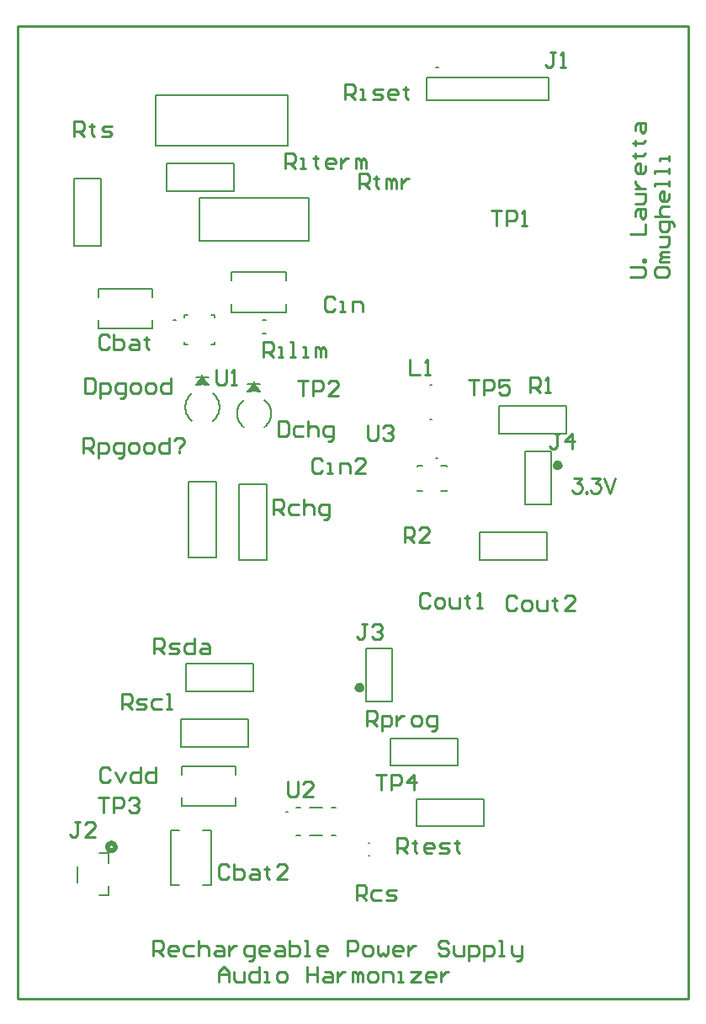
<source format=gto>
G04*
G04 #@! TF.GenerationSoftware,Altium Limited,Altium Designer,22.0.2 (36)*
G04*
G04 Layer_Color=65535*
%FSLAX25Y25*%
%MOIN*%
G70*
G04*
G04 #@! TF.SameCoordinates,67E39877-474A-4780-B11E-DC456855A8CC*
G04*
G04*
G04 #@! TF.FilePolarity,Positive*
G04*
G01*
G75*
%ADD10C,0.00787*%
%ADD11C,0.02000*%
%ADD12C,0.00600*%
%ADD13C,0.00500*%
%ADD14C,0.01000*%
D10*
X106937Y73937D02*
X106150D01*
X106937D01*
X166252Y213693D02*
X165465D01*
X166252D01*
X62433Y268457D02*
X61646D01*
X62433D01*
X166394Y368543D02*
X165606D01*
X166394D01*
D11*
X38500Y59882D02*
X38149Y60846D01*
X37260Y61359D01*
X36250Y61181D01*
X35590Y60395D01*
Y59368D01*
X36250Y58583D01*
X37260Y58404D01*
X38149Y58917D01*
X38500Y59882D01*
X214700Y211000D02*
X214200Y211866D01*
X213200D01*
X212700Y211000D01*
X213200Y210134D01*
X214200D01*
X214700Y211000D01*
X136300Y123000D02*
X135800Y123866D01*
X134800D01*
X134300Y123000D01*
X134800Y122134D01*
X135800D01*
X136300Y123000D01*
D12*
X77032Y228524D02*
X77776Y229160D01*
X78421Y229895D01*
X78954Y230716D01*
X79364Y231604D01*
X79642Y232542D01*
X79782Y233511D01*
Y234489D01*
X79642Y235457D01*
X79364Y236396D01*
X78954Y237284D01*
X78421Y238105D01*
X77776Y238840D01*
X77032Y239476D01*
X68968D02*
X68224Y238840D01*
X67579Y238105D01*
X67046Y237284D01*
X66636Y236396D01*
X66358Y235457D01*
X66218Y234489D01*
Y233511D01*
X66358Y232542D01*
X66636Y231604D01*
X67046Y230716D01*
X67579Y229895D01*
X68224Y229160D01*
X68968Y228524D01*
X97532Y226024D02*
X98276Y226660D01*
X98921Y227395D01*
X99454Y228216D01*
X99864Y229104D01*
X100142Y230043D01*
X100282Y231011D01*
Y231989D01*
X100142Y232958D01*
X99864Y233896D01*
X99454Y234784D01*
X98921Y235605D01*
X98276Y236340D01*
X97532Y236976D01*
X89468D02*
X88724Y236340D01*
X88079Y235605D01*
X87546Y234784D01*
X87136Y233896D01*
X86858Y232958D01*
X86718Y231989D01*
Y231011D01*
X86858Y230043D01*
X87136Y229104D01*
X87546Y228216D01*
X88079Y227395D01*
X88724Y226660D01*
X89468Y226024D01*
X64450Y99600D02*
X91050D01*
Y110400D01*
X64450D02*
X91050D01*
X64450Y99600D02*
Y110400D01*
X115250Y300000D02*
Y317000D01*
X71750Y300000D02*
X115250D01*
X71750D02*
Y317000D01*
X115250D01*
X147450Y92100D02*
Y102900D01*
X174050D01*
Y92100D02*
Y102900D01*
X147450Y92100D02*
X174050D01*
X23596Y45805D02*
Y52258D01*
X32119Y40681D02*
X35996D01*
Y44453D01*
X32119Y57381D02*
X35996D01*
Y53610D02*
Y57381D01*
X211200Y195500D02*
Y216500D01*
X200800D02*
X211200D01*
X200800Y195500D02*
Y216500D01*
Y195500D02*
X211200D01*
X137800Y117500D02*
Y138500D01*
Y117500D02*
X148200D01*
Y138500D01*
X137800D02*
X148200D01*
X157950Y68100D02*
Y78900D01*
X184550D01*
Y68100D02*
Y78900D01*
X157950Y68100D02*
X184550D01*
X106700Y337550D02*
Y357450D01*
X54500Y337550D02*
X106700D01*
X54500D02*
Y357450D01*
X106700D01*
X85550Y319600D02*
Y330400D01*
X58950Y319600D02*
X85550D01*
X58950D02*
Y330400D01*
X85550D01*
X209550Y173600D02*
Y184400D01*
X182950Y173600D02*
X209550D01*
X182950D02*
Y184400D01*
X209550D01*
X190450Y223600D02*
Y234400D01*
X217050D01*
Y223600D02*
Y234400D01*
X190450Y223600D02*
X217050D01*
X163111Y229200D02*
X163889D01*
X163111Y242800D02*
X163889D01*
X70500D02*
X71570D01*
X74430D02*
X75500D01*
X72539Y243034D02*
X73000Y245800D01*
X72049Y242947D02*
X73000Y245800D01*
X71500Y242800D02*
X73000Y245800D01*
X71000Y242800D02*
X73000Y245800D01*
X70500Y242800D02*
X73000Y245800D01*
X73461Y243034D01*
X73000Y245800D02*
X73951Y242947D01*
X73000Y245800D02*
X74500Y242800D01*
X73000Y245800D02*
X75000Y242800D01*
X73000Y245800D02*
X75500Y242800D01*
X70500Y245800D02*
X75500D01*
X73000Y243060D02*
Y246800D01*
X67600Y174500D02*
X78400D01*
X67600D02*
Y204500D01*
X78400D01*
Y174500D02*
Y204500D01*
X87600Y203500D02*
X98400D01*
Y173500D02*
Y203500D01*
X87600Y173500D02*
X98400D01*
X87600D02*
Y203500D01*
X91000Y240300D02*
X92071D01*
X94929D02*
X96000D01*
X93039Y240534D02*
X93500Y243300D01*
X92549Y240447D02*
X93500Y243300D01*
X92000Y240300D02*
X93500Y243300D01*
X91500Y240300D02*
X93500Y243300D01*
X91000Y240300D02*
X93500Y243300D01*
X93961Y240534D01*
X93500Y243300D02*
X94451Y240447D01*
X93500Y243300D02*
X95000Y240300D01*
X93500Y243300D02*
X95500Y240300D01*
X93500Y243300D02*
X96000Y240300D01*
X91000Y243300D02*
X96000D01*
X93500Y240560D02*
Y244300D01*
X22100Y324550D02*
X32900D01*
Y297950D02*
Y324550D01*
X22100Y297950D02*
X32900D01*
X22100D02*
Y324550D01*
X93050Y121600D02*
Y132400D01*
X66450Y121600D02*
X93050D01*
X66450D02*
Y132400D01*
X93050D01*
D13*
X124083Y64410D02*
X125874D01*
X115421D02*
X120579D01*
X110126D02*
X111917D01*
X124083Y75590D02*
X125874D01*
X115421D02*
X120579D01*
X110126D02*
X111917D01*
X167551Y210740D02*
X169835D01*
Y210504D02*
Y210740D01*
X167551Y200898D02*
X169835D01*
Y201134D01*
X158024Y200898D02*
X160307D01*
X158024D02*
Y201134D01*
Y210740D02*
X160307D01*
X158024Y210504D02*
Y210740D01*
X65878Y269441D02*
Y270622D01*
Y258811D02*
Y259992D01*
X77689Y269441D02*
Y270622D01*
Y258811D02*
Y259992D01*
X65878Y270622D02*
X67059D01*
X65878Y258811D02*
X67059D01*
X76508Y270622D02*
X77689D01*
X76508Y258811D02*
X77689D01*
X161799Y355394D02*
Y364606D01*
X210201D01*
Y355394D02*
Y364606D01*
X161799Y355394D02*
X210201D01*
X106169Y284028D02*
Y287374D01*
X84516Y284028D02*
Y287374D01*
Y271626D02*
Y274972D01*
X106169Y271626D02*
Y274972D01*
X84516Y287374D02*
X106169D01*
X84516Y271626D02*
X106169D01*
X96831Y263323D02*
X98169D01*
X96831Y268677D02*
X98169D01*
X53327Y277528D02*
Y280874D01*
X31673Y277528D02*
Y280874D01*
Y265126D02*
Y268472D01*
X53327Y265126D02*
Y268472D01*
X31673Y280874D02*
X53327D01*
X31673Y265126D02*
X53327D01*
X138685Y61559D02*
X139315D01*
X138685Y56441D02*
X139315D01*
X60626Y66484D02*
X63972D01*
X60626Y44831D02*
X63972D01*
X73028D02*
X76374D01*
X73028Y66484D02*
X76374D01*
X60626Y44831D02*
Y66484D01*
X76374Y44831D02*
Y66484D01*
X86327Y88528D02*
Y91874D01*
X64673Y88528D02*
Y91874D01*
Y76126D02*
Y79472D01*
X86327Y76126D02*
Y79472D01*
X64673Y91874D02*
X86327D01*
X64673Y76126D02*
X86327D01*
D14*
X97004Y254001D02*
Y259999D01*
X100003D01*
X101003Y258999D01*
Y257000D01*
X100003Y256000D01*
X97004D01*
X99003D02*
X101003Y254001D01*
X103002D02*
X105001D01*
X104002D01*
Y258000D01*
X103002D01*
X108001Y254001D02*
X110000D01*
X109000D01*
Y259999D01*
X108001D01*
X112999Y254001D02*
X114998D01*
X113999D01*
Y258000D01*
X112999D01*
X117997Y254001D02*
Y258000D01*
X118997D01*
X119997Y257000D01*
Y254001D01*
Y257000D01*
X120996Y258000D01*
X121996Y257000D01*
Y254001D01*
X242405Y285500D02*
X247403D01*
X248403Y286500D01*
Y288499D01*
X247403Y289499D01*
X242405D01*
X248403Y291498D02*
X247403D01*
Y292498D01*
X248403D01*
Y291498D01*
X242405Y302495D02*
X248403D01*
Y306493D01*
X244404Y309492D02*
Y311492D01*
X245404Y312491D01*
X248403D01*
Y309492D01*
X247403Y308493D01*
X246404Y309492D01*
Y312491D01*
X244404Y314491D02*
X247403D01*
X248403Y315490D01*
Y318489D01*
X244404D01*
Y320489D02*
X248403D01*
X246404D01*
X245404Y321488D01*
X244404Y322488D01*
Y323488D01*
X248403Y329486D02*
Y327486D01*
X247403Y326487D01*
X245404D01*
X244404Y327486D01*
Y329486D01*
X245404Y330485D01*
X246404D01*
Y326487D01*
X243405Y333485D02*
X244404D01*
Y332485D01*
Y334484D01*
Y333485D01*
X247403D01*
X248403Y334484D01*
X243405Y338483D02*
X244404D01*
Y337483D01*
Y339482D01*
Y338483D01*
X247403D01*
X248403Y339482D01*
X244404Y343481D02*
Y345481D01*
X245404Y346480D01*
X248403D01*
Y343481D01*
X247403Y342482D01*
X246404Y343481D01*
Y346480D01*
X252003Y288499D02*
Y286500D01*
X253002Y285500D01*
X257001D01*
X258001Y286500D01*
Y288499D01*
X257001Y289499D01*
X253002D01*
X252003Y288499D01*
X258001Y291498D02*
X254002D01*
Y292498D01*
X255002Y293497D01*
X258001D01*
X255002D01*
X254002Y294497D01*
X255002Y295497D01*
X258001D01*
X254002Y297496D02*
X257001D01*
X258001Y298496D01*
Y301495D01*
X254002D01*
X260000Y305493D02*
Y306493D01*
X259000Y307493D01*
X254002D01*
Y304494D01*
X255002Y303494D01*
X257001D01*
X258001Y304494D01*
Y307493D01*
X252003Y309492D02*
X258001D01*
X255002D01*
X254002Y310492D01*
Y312491D01*
X255002Y313491D01*
X258001D01*
Y318489D02*
Y316490D01*
X257001Y315490D01*
X255002D01*
X254002Y316490D01*
Y318489D01*
X255002Y319489D01*
X256001D01*
Y315490D01*
X258001Y321488D02*
Y323488D01*
Y322488D01*
X252003D01*
Y321488D01*
X258001Y326487D02*
Y328486D01*
Y327486D01*
X252003D01*
Y326487D01*
X258001Y331485D02*
Y333485D01*
Y332485D01*
X254002D01*
Y331485D01*
X111000Y244498D02*
X114999D01*
X112999D01*
Y238500D01*
X116998D02*
Y244498D01*
X119997D01*
X120997Y243498D01*
Y241499D01*
X119997Y240499D01*
X116998D01*
X126995Y238500D02*
X122996D01*
X126995Y242499D01*
Y243498D01*
X125995Y244498D01*
X123996D01*
X122996Y243498D01*
X79500Y6500D02*
Y10499D01*
X81499Y12498D01*
X83499Y10499D01*
Y6500D01*
Y9499D01*
X79500D01*
X85498Y10499D02*
Y7500D01*
X86498Y6500D01*
X89497D01*
Y10499D01*
X95495Y12498D02*
Y6500D01*
X92496D01*
X91496Y7500D01*
Y9499D01*
X92496Y10499D01*
X95495D01*
X97494Y6500D02*
X99493D01*
X98494D01*
Y10499D01*
X97494D01*
X103492Y6500D02*
X105492D01*
X106491Y7500D01*
Y9499D01*
X105492Y10499D01*
X103492D01*
X102493Y9499D01*
Y7500D01*
X103492Y6500D01*
X114489Y12498D02*
Y6500D01*
Y9499D01*
X118487D01*
Y12498D01*
Y6500D01*
X121486Y10499D02*
X123486D01*
X124485Y9499D01*
Y6500D01*
X121486D01*
X120487Y7500D01*
X121486Y8499D01*
X124485D01*
X126485Y10499D02*
Y6500D01*
Y8499D01*
X127485Y9499D01*
X128484Y10499D01*
X129484D01*
X132483Y6500D02*
Y10499D01*
X133483D01*
X134482Y9499D01*
Y6500D01*
Y9499D01*
X135482Y10499D01*
X136482Y9499D01*
Y6500D01*
X139481D02*
X141480D01*
X142480Y7500D01*
Y9499D01*
X141480Y10499D01*
X139481D01*
X138481Y9499D01*
Y7500D01*
X139481Y6500D01*
X144479D02*
Y10499D01*
X147478D01*
X148478Y9499D01*
Y6500D01*
X150477D02*
X152476D01*
X151477D01*
Y10499D01*
X150477D01*
X155475D02*
X159474D01*
X155475Y6500D01*
X159474D01*
X164472D02*
X162473D01*
X161474Y7500D01*
Y9499D01*
X162473Y10499D01*
X164472D01*
X165472Y9499D01*
Y8499D01*
X161474D01*
X167472Y10499D02*
Y6500D01*
Y8499D01*
X168471Y9499D01*
X169471Y10499D01*
X170471D01*
X53500Y16999D02*
Y22997D01*
X56499D01*
X57499Y21998D01*
Y19998D01*
X56499Y18999D01*
X53500D01*
X55499D02*
X57499Y16999D01*
X62497D02*
X60498D01*
X59498Y17999D01*
Y19998D01*
X60498Y20998D01*
X62497D01*
X63497Y19998D01*
Y18999D01*
X59498D01*
X69495Y20998D02*
X66496D01*
X65496Y19998D01*
Y17999D01*
X66496Y16999D01*
X69495D01*
X71494Y22997D02*
Y16999D01*
Y19998D01*
X72494Y20998D01*
X74493D01*
X75493Y19998D01*
Y16999D01*
X78492Y20998D02*
X80491D01*
X81491Y19998D01*
Y16999D01*
X78492D01*
X77492Y17999D01*
X78492Y18999D01*
X81491D01*
X83490Y20998D02*
Y16999D01*
Y18999D01*
X84490Y19998D01*
X85490Y20998D01*
X86489D01*
X91488Y15000D02*
X92487D01*
X93487Y16000D01*
Y20998D01*
X90488D01*
X89488Y19998D01*
Y17999D01*
X90488Y16999D01*
X93487D01*
X98485D02*
X96486D01*
X95486Y17999D01*
Y19998D01*
X96486Y20998D01*
X98485D01*
X99485Y19998D01*
Y18999D01*
X95486D01*
X102484Y20998D02*
X104483D01*
X105483Y19998D01*
Y16999D01*
X102484D01*
X101485Y17999D01*
X102484Y18999D01*
X105483D01*
X107483Y22997D02*
Y16999D01*
X110482D01*
X111481Y17999D01*
Y18999D01*
Y19998D01*
X110482Y20998D01*
X107483D01*
X113481Y16999D02*
X115480D01*
X114480D01*
Y22997D01*
X113481D01*
X121478Y16999D02*
X119479D01*
X118479Y17999D01*
Y19998D01*
X119479Y20998D01*
X121478D01*
X122478Y19998D01*
Y18999D01*
X118479D01*
X130475Y16999D02*
Y22997D01*
X133474D01*
X134474Y21998D01*
Y19998D01*
X133474Y18999D01*
X130475D01*
X137473Y16999D02*
X139472D01*
X140472Y17999D01*
Y19998D01*
X139472Y20998D01*
X137473D01*
X136473Y19998D01*
Y17999D01*
X137473Y16999D01*
X142471Y20998D02*
Y17999D01*
X143471Y16999D01*
X144471Y17999D01*
X145470Y16999D01*
X146470Y17999D01*
Y20998D01*
X151468Y16999D02*
X149469D01*
X148469Y17999D01*
Y19998D01*
X149469Y20998D01*
X151468D01*
X152468Y19998D01*
Y18999D01*
X148469D01*
X154467Y20998D02*
Y16999D01*
Y18999D01*
X155467Y19998D01*
X156467Y20998D01*
X157466D01*
X170462Y21998D02*
X169463Y22997D01*
X167463D01*
X166463Y21998D01*
Y20998D01*
X167463Y19998D01*
X169463D01*
X170462Y18999D01*
Y17999D01*
X169463Y16999D01*
X167463D01*
X166463Y17999D01*
X172461Y20998D02*
Y17999D01*
X173461Y16999D01*
X176460D01*
Y20998D01*
X178460Y15000D02*
Y20998D01*
X181459D01*
X182458Y19998D01*
Y17999D01*
X181459Y16999D01*
X178460D01*
X184458Y15000D02*
Y20998D01*
X187457D01*
X188456Y19998D01*
Y17999D01*
X187457Y16999D01*
X184458D01*
X190456D02*
X192455D01*
X191455D01*
Y22997D01*
X190456D01*
X195454Y20998D02*
Y17999D01*
X196454Y16999D01*
X199453D01*
Y16000D01*
X198453Y15000D01*
X197453D01*
X199453Y16999D02*
Y20998D01*
X220071Y205999D02*
X223214D01*
X221500Y203713D01*
X222357D01*
X222928Y203428D01*
X223214Y203142D01*
X223499Y202285D01*
Y201714D01*
X223214Y200857D01*
X222642Y200286D01*
X221785Y200000D01*
X220928D01*
X220071Y200286D01*
X219786Y200571D01*
X219500Y201143D01*
X225127Y200571D02*
X224842Y200286D01*
X225127Y200000D01*
X225413Y200286D01*
X225127Y200571D01*
X227298Y205999D02*
X230440D01*
X228727Y203713D01*
X229584D01*
X230155Y203428D01*
X230440Y203142D01*
X230726Y202285D01*
Y201714D01*
X230440Y200857D01*
X229869Y200286D01*
X229012Y200000D01*
X228155D01*
X227298Y200286D01*
X227013Y200571D01*
X226727Y201143D01*
X232069Y205999D02*
X234354Y200000D01*
X236639Y205999D02*
X234354Y200000D01*
X187500Y311998D02*
X191499D01*
X189499D01*
Y306000D01*
X193498D02*
Y311998D01*
X196497D01*
X197497Y310998D01*
Y308999D01*
X196497Y307999D01*
X193498D01*
X199496Y306000D02*
X201496D01*
X200496D01*
Y311998D01*
X199496Y310998D01*
X32000Y79498D02*
X35999D01*
X33999D01*
Y73500D01*
X37998D02*
Y79498D01*
X40997D01*
X41997Y78498D01*
Y76499D01*
X40997Y75499D01*
X37998D01*
X43996Y78498D02*
X44996Y79498D01*
X46995D01*
X47995Y78498D01*
Y77499D01*
X46995Y76499D01*
X45996D01*
X46995D01*
X47995Y75499D01*
Y74500D01*
X46995Y73500D01*
X44996D01*
X43996Y74500D01*
X142000Y88498D02*
X145999D01*
X143999D01*
Y82500D01*
X147998D02*
Y88498D01*
X150997D01*
X151997Y87498D01*
Y85499D01*
X150997Y84499D01*
X147998D01*
X156995Y82500D02*
Y88498D01*
X153996Y85499D01*
X157995D01*
X178500Y244998D02*
X182499D01*
X180499D01*
Y239000D01*
X184498D02*
Y244998D01*
X187497D01*
X188497Y243998D01*
Y241999D01*
X187497Y240999D01*
X184498D01*
X194495Y244998D02*
X190496D01*
Y241999D01*
X192496Y242999D01*
X193495D01*
X194495Y241999D01*
Y240000D01*
X193495Y239000D01*
X191496D01*
X190496Y240000D01*
X78501Y248999D02*
Y244001D01*
X79501Y243001D01*
X81500D01*
X82500Y244001D01*
Y248999D01*
X84499Y243001D02*
X86499D01*
X85499D01*
Y248999D01*
X84499Y247999D01*
X135003Y320501D02*
Y326499D01*
X138002D01*
X139002Y325499D01*
Y323500D01*
X138002Y322500D01*
X135003D01*
X137003D02*
X139002Y320501D01*
X142001Y325499D02*
Y324500D01*
X141001D01*
X143001D01*
X142001D01*
Y321501D01*
X143001Y320501D01*
X146000D02*
Y324500D01*
X146999D01*
X147999Y323500D01*
Y320501D01*
Y323500D01*
X148999Y324500D01*
X149998Y323500D01*
Y320501D01*
X151998Y324500D02*
Y320501D01*
Y322500D01*
X152997Y323500D01*
X153997Y324500D01*
X154997D01*
X138502Y226999D02*
Y222001D01*
X139501Y221001D01*
X141501D01*
X142500Y222001D01*
Y226999D01*
X144500Y225999D02*
X145499Y226999D01*
X147499D01*
X148498Y225999D01*
Y225000D01*
X147499Y224000D01*
X146499D01*
X147499D01*
X148498Y223000D01*
Y222001D01*
X147499Y221001D01*
X145499D01*
X144500Y222001D01*
X106800Y85698D02*
Y80700D01*
X107800Y79700D01*
X109799D01*
X110799Y80700D01*
Y85698D01*
X116797Y79700D02*
X112798D01*
X116797Y83699D01*
Y84698D01*
X115797Y85698D01*
X113798D01*
X112798Y84698D01*
X22100Y341300D02*
Y347298D01*
X25099D01*
X26099Y346298D01*
Y344299D01*
X25099Y343299D01*
X22100D01*
X24099D02*
X26099Y341300D01*
X29098Y346298D02*
Y345299D01*
X28098D01*
X30097D01*
X29098D01*
Y342300D01*
X30097Y341300D01*
X33096D02*
X36095D01*
X37095Y342300D01*
X36095Y343299D01*
X34096D01*
X33096Y344299D01*
X34096Y345299D01*
X37095D01*
X150004Y57501D02*
Y63499D01*
X153003D01*
X154003Y62499D01*
Y60500D01*
X153003Y59500D01*
X150004D01*
X152003D02*
X154003Y57501D01*
X157002Y62499D02*
Y61500D01*
X156002D01*
X158001D01*
X157002D01*
Y58501D01*
X158001Y57501D01*
X163999D02*
X162000D01*
X161001Y58501D01*
Y60500D01*
X162000Y61500D01*
X163999D01*
X164999Y60500D01*
Y59500D01*
X161001D01*
X166999Y57501D02*
X169998D01*
X170997Y58501D01*
X169998Y59500D01*
X167998D01*
X166999Y60500D01*
X167998Y61500D01*
X170997D01*
X173996Y62499D02*
Y61500D01*
X172997D01*
X174996D01*
X173996D01*
Y58501D01*
X174996Y57501D01*
X53700Y136400D02*
Y142398D01*
X56699D01*
X57699Y141398D01*
Y139399D01*
X56699Y138399D01*
X53700D01*
X55699D02*
X57699Y136400D01*
X59698D02*
X62697D01*
X63697Y137400D01*
X62697Y138399D01*
X60698D01*
X59698Y139399D01*
X60698Y140399D01*
X63697D01*
X69695Y142398D02*
Y136400D01*
X66696D01*
X65696Y137400D01*
Y139399D01*
X66696Y140399D01*
X69695D01*
X72694D02*
X74693D01*
X75693Y139399D01*
Y136400D01*
X72694D01*
X71694Y137400D01*
X72694Y138399D01*
X75693D01*
X41003Y114501D02*
Y120499D01*
X44002D01*
X45002Y119499D01*
Y117500D01*
X44002Y116500D01*
X41003D01*
X43003D02*
X45002Y114501D01*
X47001D02*
X50000D01*
X51000Y115501D01*
X50000Y116500D01*
X48001D01*
X47001Y117500D01*
X48001Y118500D01*
X51000D01*
X56998D02*
X53999D01*
X52999Y117500D01*
Y115501D01*
X53999Y114501D01*
X56998D01*
X58997D02*
X60997D01*
X59997D01*
Y120499D01*
X58997D01*
X138005Y108001D02*
Y113999D01*
X141004D01*
X142003Y112999D01*
Y111000D01*
X141004Y110000D01*
X138005D01*
X140004D02*
X142003Y108001D01*
X144003Y106001D02*
Y111999D01*
X147002D01*
X148001Y111000D01*
Y109000D01*
X147002Y108001D01*
X144003D01*
X150001Y111999D02*
Y108001D01*
Y110000D01*
X151000Y111000D01*
X152000Y111999D01*
X153000D01*
X156998Y108001D02*
X158998D01*
X159997Y109000D01*
Y111000D01*
X158998Y111999D01*
X156998D01*
X155999Y111000D01*
Y109000D01*
X156998Y108001D01*
X163996Y106001D02*
X164996D01*
X165996Y107001D01*
Y111999D01*
X162996D01*
X161997Y111000D01*
Y109000D01*
X162996Y108001D01*
X165996D01*
X25739Y215934D02*
Y221932D01*
X28738D01*
X29737Y220932D01*
Y218933D01*
X28738Y217933D01*
X25739D01*
X27738D02*
X29737Y215934D01*
X31737Y213934D02*
Y219932D01*
X34736D01*
X35735Y218933D01*
Y216933D01*
X34736Y215934D01*
X31737D01*
X39734Y213934D02*
X40734D01*
X41734Y214934D01*
Y219932D01*
X38735D01*
X37735Y218933D01*
Y216933D01*
X38735Y215934D01*
X41734D01*
X44733D02*
X46732D01*
X47732Y216933D01*
Y218933D01*
X46732Y219932D01*
X44733D01*
X43733Y218933D01*
Y216933D01*
X44733Y215934D01*
X50731D02*
X52730D01*
X53730Y216933D01*
Y218933D01*
X52730Y219932D01*
X50731D01*
X49731Y218933D01*
Y216933D01*
X50731Y215934D01*
X59728Y221932D02*
Y215934D01*
X56729D01*
X55729Y216933D01*
Y218933D01*
X56729Y219932D01*
X59728D01*
X61727Y220932D02*
X62727Y221932D01*
X64726D01*
X65726Y220932D01*
Y219932D01*
X63727Y217933D01*
Y216933D02*
Y215934D01*
X105737Y328434D02*
Y334432D01*
X108737D01*
X109736Y333432D01*
Y331433D01*
X108737Y330433D01*
X105737D01*
X107737D02*
X109736Y328434D01*
X111735D02*
X113735D01*
X112735D01*
Y332433D01*
X111735D01*
X117734Y333432D02*
Y332433D01*
X116734D01*
X118733D01*
X117734D01*
Y329434D01*
X118733Y328434D01*
X124731D02*
X122732D01*
X121732Y329434D01*
Y331433D01*
X122732Y332433D01*
X124731D01*
X125731Y331433D01*
Y330433D01*
X121732D01*
X127730Y332433D02*
Y328434D01*
Y330433D01*
X128730Y331433D01*
X129730Y332433D01*
X130729D01*
X133728Y328434D02*
Y332433D01*
X134728D01*
X135728Y331433D01*
Y328434D01*
Y331433D01*
X136727Y332433D01*
X137727Y331433D01*
Y328434D01*
X129504Y356001D02*
Y361999D01*
X132503D01*
X133503Y360999D01*
Y359000D01*
X132503Y358000D01*
X129504D01*
X131503D02*
X133503Y356001D01*
X135502D02*
X137502D01*
X136502D01*
Y360000D01*
X135502D01*
X140500Y356001D02*
X143500D01*
X144499Y357001D01*
X143500Y358000D01*
X141500D01*
X140500Y359000D01*
X141500Y360000D01*
X144499D01*
X149498Y356001D02*
X147498D01*
X146499Y357001D01*
Y359000D01*
X147498Y360000D01*
X149498D01*
X150497Y359000D01*
Y358000D01*
X146499D01*
X153496Y360999D02*
Y360000D01*
X152497D01*
X154496D01*
X153496D01*
Y357001D01*
X154496Y356001D01*
X134003Y39001D02*
Y44999D01*
X137002D01*
X138001Y43999D01*
Y42000D01*
X137002Y41000D01*
X134003D01*
X136002D02*
X138001Y39001D01*
X143999Y43000D02*
X141000D01*
X140001Y42000D01*
Y40001D01*
X141000Y39001D01*
X143999D01*
X145999D02*
X148998D01*
X149997Y40001D01*
X148998Y41000D01*
X146998D01*
X145999Y42000D01*
X146998Y43000D01*
X149997D01*
X101236Y191434D02*
Y197432D01*
X104235D01*
X105235Y196432D01*
Y194433D01*
X104235Y193433D01*
X101236D01*
X103235D02*
X105235Y191434D01*
X111233Y195432D02*
X108234D01*
X107234Y194433D01*
Y192433D01*
X108234Y191434D01*
X111233D01*
X113232Y197432D02*
Y191434D01*
Y194433D01*
X114232Y195432D01*
X116231D01*
X117231Y194433D01*
Y191434D01*
X121229Y189434D02*
X122229D01*
X123229Y190434D01*
Y195432D01*
X120230D01*
X119230Y194433D01*
Y192433D01*
X120230Y191434D01*
X123229D01*
X153002Y180501D02*
Y186499D01*
X156001D01*
X157000Y185499D01*
Y183500D01*
X156001Y182500D01*
X153002D01*
X155001D02*
X157000Y180501D01*
X162998D02*
X159000D01*
X162998Y184500D01*
Y185499D01*
X161999Y186499D01*
X159999D01*
X159000Y185499D01*
X203001Y240001D02*
Y245999D01*
X206000D01*
X207000Y244999D01*
Y243000D01*
X206000Y242000D01*
X203001D01*
X205001D02*
X207000Y240001D01*
X208999D02*
X210999D01*
X209999D01*
Y245999D01*
X208999Y244999D01*
X155300Y252798D02*
Y246800D01*
X159299D01*
X161298D02*
X163297D01*
X162298D01*
Y252798D01*
X161298Y251798D01*
X214500Y223499D02*
X212501D01*
X213501D01*
Y218501D01*
X212501Y217501D01*
X211501D01*
X210502Y218501D01*
X219499Y217501D02*
Y223499D01*
X216500Y220500D01*
X220498D01*
X138299Y148298D02*
X136299D01*
X137299D01*
Y143300D01*
X136299Y142300D01*
X135300D01*
X134300Y143300D01*
X140298Y147298D02*
X141298Y148298D01*
X143297D01*
X144297Y147298D01*
Y146299D01*
X143297Y145299D01*
X142297D01*
X143297D01*
X144297Y144299D01*
Y143300D01*
X143297Y142300D01*
X141298D01*
X140298Y143300D01*
X24500Y69999D02*
X22501D01*
X23501D01*
Y65001D01*
X22501Y64001D01*
X21501D01*
X20502Y65001D01*
X30498Y64001D02*
X26500D01*
X30498Y68000D01*
Y68999D01*
X29499Y69999D01*
X27499D01*
X26500Y68999D01*
X213000Y374499D02*
X211001D01*
X212000D01*
Y369501D01*
X211001Y368501D01*
X210001D01*
X209001Y369501D01*
X214999Y368501D02*
X216999D01*
X215999D01*
Y374499D01*
X214999Y373499D01*
X26506Y245499D02*
Y239501D01*
X29504D01*
X30504Y240500D01*
Y244499D01*
X29504Y245499D01*
X26506D01*
X32504Y237501D02*
Y243499D01*
X35503D01*
X36502Y242500D01*
Y240500D01*
X35503Y239501D01*
X32504D01*
X40501Y237501D02*
X41501D01*
X42500Y238501D01*
Y243499D01*
X39501D01*
X38502Y242500D01*
Y240500D01*
X39501Y239501D01*
X42500D01*
X45499D02*
X47499D01*
X48498Y240500D01*
Y242500D01*
X47499Y243499D01*
X45499D01*
X44500Y242500D01*
Y240500D01*
X45499Y239501D01*
X51497D02*
X53497D01*
X54497Y240500D01*
Y242500D01*
X53497Y243499D01*
X51497D01*
X50498Y242500D01*
Y240500D01*
X51497Y239501D01*
X60495Y245499D02*
Y239501D01*
X57495D01*
X56496Y240500D01*
Y242500D01*
X57495Y243499D01*
X60495D01*
X103004Y228499D02*
Y222501D01*
X106003D01*
X107002Y223500D01*
Y227499D01*
X106003Y228499D01*
X103004D01*
X113000Y226499D02*
X110001D01*
X109002Y225500D01*
Y223500D01*
X110001Y222501D01*
X113000D01*
X115000Y228499D02*
Y222501D01*
Y225500D01*
X115999Y226499D01*
X117999D01*
X118998Y225500D01*
Y222501D01*
X122997Y220501D02*
X123997D01*
X124996Y221501D01*
Y226499D01*
X121997D01*
X120998Y225500D01*
Y223500D01*
X121997Y222501D01*
X124996D01*
X36502Y90499D02*
X35503Y91499D01*
X33503D01*
X32504Y90499D01*
Y86501D01*
X33503Y85501D01*
X35503D01*
X36502Y86501D01*
X38502Y89500D02*
X40501Y85501D01*
X42500Y89500D01*
X48498Y91499D02*
Y85501D01*
X45499D01*
X44500Y86501D01*
Y88500D01*
X45499Y89500D01*
X48498D01*
X54497Y91499D02*
Y85501D01*
X51497D01*
X50498Y86501D01*
Y88500D01*
X51497Y89500D01*
X54497D01*
X197503Y158499D02*
X196503Y159499D01*
X194504D01*
X193504Y158499D01*
Y154501D01*
X194504Y153501D01*
X196503D01*
X197503Y154501D01*
X200502Y153501D02*
X202502D01*
X203501Y154501D01*
Y156500D01*
X202502Y157500D01*
X200502D01*
X199502Y156500D01*
Y154501D01*
X200502Y153501D01*
X205501Y157500D02*
Y154501D01*
X206500Y153501D01*
X209499D01*
Y157500D01*
X212498Y158499D02*
Y157500D01*
X211498D01*
X213498D01*
X212498D01*
Y154501D01*
X213498Y153501D01*
X220496D02*
X216497D01*
X220496Y157500D01*
Y158499D01*
X219496Y159499D01*
X217497D01*
X216497Y158499D01*
X163003Y159499D02*
X162003Y160499D01*
X160004D01*
X159004Y159499D01*
Y155501D01*
X160004Y154501D01*
X162003D01*
X163003Y155501D01*
X166002Y154501D02*
X168001D01*
X169001Y155501D01*
Y157500D01*
X168001Y158500D01*
X166002D01*
X165002Y157500D01*
Y155501D01*
X166002Y154501D01*
X171000Y158500D02*
Y155501D01*
X172000Y154501D01*
X174999D01*
Y158500D01*
X177998Y159499D02*
Y158500D01*
X176998D01*
X178998D01*
X177998D01*
Y155501D01*
X178998Y154501D01*
X181997D02*
X183996D01*
X182996D01*
Y160499D01*
X181997Y159499D01*
X125501Y276999D02*
X124502Y277999D01*
X122502D01*
X121502Y276999D01*
Y273001D01*
X122502Y272001D01*
X124502D01*
X125501Y273001D01*
X127500Y272001D02*
X129500D01*
X128500D01*
Y276000D01*
X127500D01*
X132499Y272001D02*
Y276000D01*
X135498D01*
X136498Y275000D01*
Y272001D01*
X120502Y212999D02*
X119502Y213999D01*
X117503D01*
X116503Y212999D01*
Y209001D01*
X117503Y208001D01*
X119502D01*
X120502Y209001D01*
X122502Y208001D02*
X124501D01*
X123501D01*
Y212000D01*
X122502D01*
X127500Y208001D02*
Y212000D01*
X130499D01*
X131499Y211000D01*
Y208001D01*
X137497D02*
X133498D01*
X137497Y212000D01*
Y212999D01*
X136497Y213999D01*
X134498D01*
X133498Y212999D01*
X36002Y261999D02*
X35002Y262999D01*
X33003D01*
X32003Y261999D01*
Y258001D01*
X33003Y257001D01*
X35002D01*
X36002Y258001D01*
X38001Y262999D02*
Y257001D01*
X41000D01*
X42000Y258001D01*
Y259000D01*
Y260000D01*
X41000Y261000D01*
X38001D01*
X44999D02*
X46998D01*
X47998Y260000D01*
Y257001D01*
X44999D01*
X43999Y258001D01*
X44999Y259000D01*
X47998D01*
X50997Y261999D02*
Y261000D01*
X49997D01*
X51997D01*
X50997D01*
Y258001D01*
X51997Y257001D01*
X83503Y52157D02*
X82503Y53157D01*
X80504D01*
X79504Y52157D01*
Y48158D01*
X80504Y47158D01*
X82503D01*
X83503Y48158D01*
X85502Y53157D02*
Y47158D01*
X88502D01*
X89501Y48158D01*
Y49158D01*
Y50157D01*
X88502Y51157D01*
X85502D01*
X92500D02*
X94499D01*
X95499Y50157D01*
Y47158D01*
X92500D01*
X91501Y48158D01*
X92500Y49158D01*
X95499D01*
X98498Y52157D02*
Y51157D01*
X97499D01*
X99498D01*
X98498D01*
Y48158D01*
X99498Y47158D01*
X106496D02*
X102497D01*
X106496Y51157D01*
Y52157D01*
X105496Y53157D01*
X103497D01*
X102497Y52157D01*
X0Y0D02*
X265500D01*
X0Y385000D02*
X265500D01*
Y0D02*
Y385000D01*
X0Y0D02*
Y385000D01*
M02*

</source>
